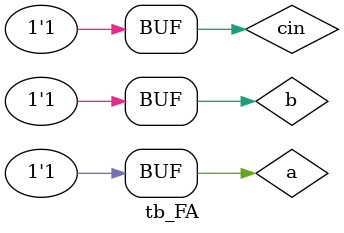
<source format=v>
`timescale 1ns/1ps
module tb_FA;
  wire sum, cout;
  reg a, b, cin;
  
  FA fa(sum, cout, a, b, cin);
  
  initial
  begin
    $display("a|b|cin||cout|sum");
  end
  
  initial
  begin
    $monitor("%b|%b|%b  ||%b   |%b  ", a, b, cin, cout, sum);
  end
  
  initial
  begin
    a=0; b=0; cin=0;
    #10 a=0; b=0; cin=1;
    #10 a=0; b=1; cin=0;
    #10 a=0; b=1; cin=1;
    #10 a=1; b=0; cin=0;
    #10 a=1; b=0; cin=1;
    #10 a=1; b=1; cin=0;
    #10 a=1; b=1; cin=1;
  end
endmodule


</source>
